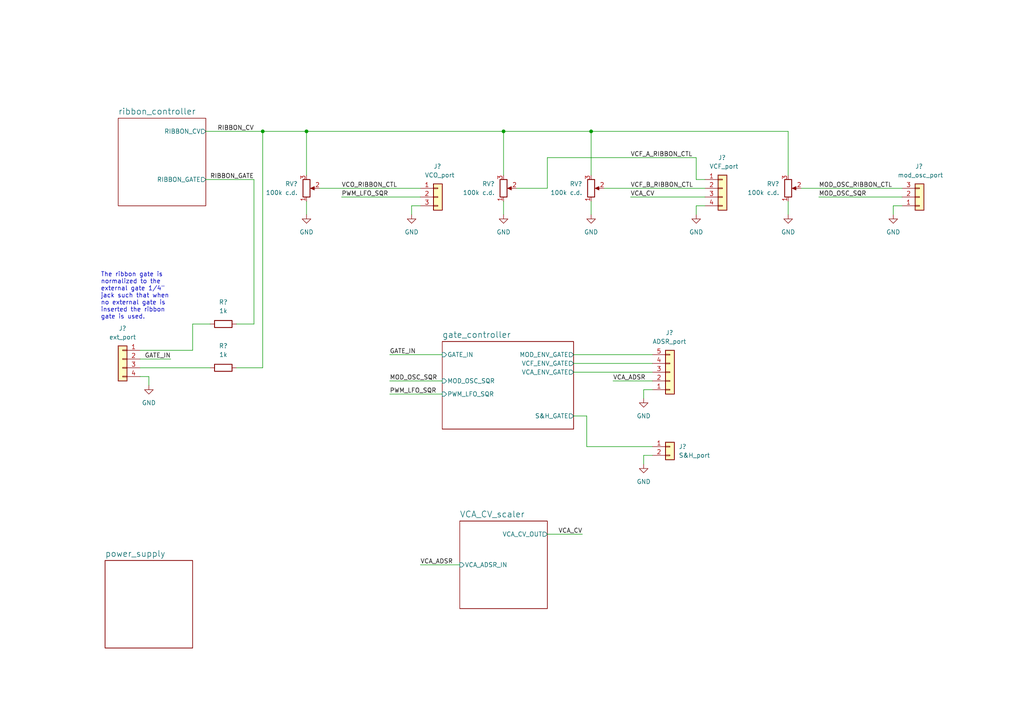
<source format=kicad_sch>
(kicad_sch (version 20211123) (generator eeschema)
  (paper "A4")
  (title_block (title "Josh Ox Ribbon Synth Ribbon board") (date "2022-06-16") (rev "0") (comment 1 "creativecommons.org/licences/by/4.0") (comment 2 "license: CC by 4.0") (comment 3 "Author: Jordan Aceto"))
  (lib_symbols
    (symbol "Connector_Generic:Conn_01x02" (pin_names (offset 1.016) hide)
      (property "Reference" "J" (at 0 2.54 0))
      (property "Value" "Conn_01x02" (at 0 -5.08 0))
      (symbol "Conn_01x02_1_1"
        (rectangle (start -1.27 -2.413) (end 0 -2.667) (stroke (width 0.1524)))
        (rectangle (start -1.27 0.127) (end 0 -0.127) (stroke (width 0.1524)))
        (rectangle (start -1.27 1.27) (end 1.27 -3.81) (stroke (width 0.254)) (fill (type background)))
        (pin passive line (at -5.08 0 0) (length 3.81) (name "Pin_1") (number "1"))
        (pin passive line (at -5.08 -2.54 0) (length 3.81) (name "Pin_2") (number "2"))
      )
    )
    (symbol "Connector_Generic:Conn_01x03" (pin_names (offset 1.016) hide)
      (property "Reference" "J" (at 0 5.08 0))
      (property "Value" "Conn_01x03" (at 0 -5.08 0))
      (symbol "Conn_01x03_1_1"
        (rectangle (start -1.27 -2.413) (end 0 -2.667) (stroke (width 0.1524)))
        (rectangle (start -1.27 0.127) (end 0 -0.127) (stroke (width 0.1524)))
        (rectangle (start -1.27 2.667) (end 0 2.413) (stroke (width 0.1524)))
        (rectangle (start -1.27 3.81) (end 1.27 -3.81) (stroke (width 0.254)) (fill (type background)))
        (pin passive line (at -5.08 2.54 0) (length 3.81) (name "Pin_1") (number "1"))
        (pin passive line (at -5.08 0 0) (length 3.81) (name "Pin_2") (number "2"))
        (pin passive line (at -5.08 -2.54 0) (length 3.81) (name "Pin_3") (number "3"))
      )
    )
    (symbol "Connector_Generic:Conn_01x04" (pin_names (offset 1.016) hide)
      (property "Reference" "J" (at 0 5.08 0))
      (property "Value" "Conn_01x04" (at 0 -7.62 0))
      (symbol "Conn_01x04_1_1"
        (rectangle (start -1.27 -4.953) (end 0 -5.207) (stroke (width 0.1524)))
        (rectangle (start -1.27 -2.413) (end 0 -2.667) (stroke (width 0.1524)))
        (rectangle (start -1.27 0.127) (end 0 -0.127) (stroke (width 0.1524)))
        (rectangle (start -1.27 2.667) (end 0 2.413) (stroke (width 0.1524)))
        (rectangle (start -1.27 3.81) (end 1.27 -6.35) (stroke (width 0.254)) (fill (type background)))
        (pin passive line (at -5.08 2.54 0) (length 3.81) (name "Pin_1") (number "1"))
        (pin passive line (at -5.08 0 0) (length 3.81) (name "Pin_2") (number "2"))
        (pin passive line (at -5.08 -2.54 0) (length 3.81) (name "Pin_3") (number "3"))
        (pin passive line (at -5.08 -5.08 0) (length 3.81) (name "Pin_4") (number "4"))
      )
    )
    (symbol "Connector_Generic:Conn_01x05" (pin_names (offset 1.016) hide)
      (property "Reference" "J" (at 0 7.62 0))
      (property "Value" "Conn_01x05" (at 0 -7.62 0))
      (symbol "Conn_01x05_1_1"
        (rectangle (start -1.27 -4.953) (end 0 -5.207) (stroke (width 0.1524)))
        (rectangle (start -1.27 -2.413) (end 0 -2.667) (stroke (width 0.1524)))
        (rectangle (start -1.27 0.127) (end 0 -0.127) (stroke (width 0.1524)))
        (rectangle (start -1.27 2.667) (end 0 2.413) (stroke (width 0.1524)))
        (rectangle (start -1.27 5.207) (end 0 4.953) (stroke (width 0.1524)))
        (rectangle (start -1.27 6.35) (end 1.27 -6.35) (stroke (width 0.254)) (fill (type background)))
        (pin passive line (at -5.08 5.08 0) (length 3.81) (name "Pin_1") (number "1"))
        (pin passive line (at -5.08 2.54 0) (length 3.81) (name "Pin_2") (number "2"))
        (pin passive line (at -5.08 0 0) (length 3.81) (name "Pin_3") (number "3"))
        (pin passive line (at -5.08 -2.54 0) (length 3.81) (name "Pin_4") (number "4"))
        (pin passive line (at -5.08 -5.08 0) (length 3.81) (name "Pin_5") (number "5"))
      )
    )
    (symbol "Device:R" (pin_numbers hide) (pin_names (offset 0))
      (property "Reference" "R" (at 2.032 0 90))
      (property "Value" "R" (at 0 0 90))
      (symbol "R_0_1"
        (rectangle (start -1.016 -2.54) (end 1.016 2.54) (stroke (width 0.254)))
      )
      (symbol "R_1_1"
        (pin passive line (at 0 3.81 270) (length 1.27) (name "~") (number "1"))
        (pin passive line (at 0 -3.81 90) (length 1.27) (name "~") (number "2"))
      )
    )
    (symbol "Device:R_Potentiometer" (pin_names (offset 1.016) hide)
      (property "Reference" "RV" (at -4.445 0 90))
      (property "Value" "R_Potentiometer" (at -2.54 0 90))
      (symbol "R_Potentiometer_0_1"
        (polyline (pts (xy 2.54 0) (xy 1.524 0)))
        (polyline (pts (xy 1.143 0) (xy 2.286 0.508) (xy 2.286 -0.508) (xy 1.143 0)) (fill (type outline)))
        (rectangle (start 1.016 2.54) (end -1.016 -2.54) (stroke (width 0.254)))
      )
      (symbol "R_Potentiometer_1_1"
        (pin passive line (at 0 3.81 270) (length 1.27) (name "1") (number "1"))
        (pin passive line (at 3.81 0 180) (length 1.27) (name "2") (number "2"))
        (pin passive line (at 0 -3.81 90) (length 1.27) (name "3") (number "3"))
      )
    )
    (symbol "power:GND" (power) (pin_names (offset 0))
      (property "Value" "GND" (at 0 -3.81 0))
      (symbol "GND_0_1"
        (polyline (pts (xy 0 0) (xy 0 -1.27) (xy 1.27 -1.27) (xy 0 -2.54) (xy -1.27 -1.27) (xy 0 -1.27)))
      )
      (symbol "GND_1_1"
        (pin power_in line (at 0 0 270) (length 0) hide (name "GND") (number "1"))
      )
    )
  )
  (junction (at 146.05 38.1))
  (junction (at 88.9 38.1))
  (junction (at 76.2 38.1))
  (junction (at 171.45 38.1))
  (wire (pts (xy 201.93 59.69) (xy 201.93 62.23)))
  (wire (pts (xy 146.05 50.8) (xy 146.05 38.1)))
  (wire (pts (xy 43.18 109.22) (xy 40.64 109.22)))
  (wire (pts (xy 88.9 58.42) (xy 88.9 62.23)))
  (wire (pts (xy 175.26 54.61) (xy 204.47 54.61)))
  (wire (pts (xy 166.37 105.41) (xy 189.23 105.41)))
  (wire (pts (xy 149.86 54.61) (xy 158.75 54.61)))
  (wire (pts (xy 182.88 57.15) (xy 204.47 57.15)))
  (wire (pts (xy 170.18 120.65) (xy 170.18 129.54)))
  (wire (pts (xy 168.91 154.94) (xy 158.75 154.94)))
  (wire (pts (xy 259.08 59.69) (xy 261.62 59.69)))
  (wire (pts (xy 119.38 59.69) (xy 119.38 62.23)))
  (wire (pts (xy 40.64 106.68) (xy 60.96 106.68)))
  (wire (pts (xy 186.69 113.03) (xy 189.23 113.03)))
  (wire (pts (xy 232.41 54.61) (xy 261.62 54.61)))
  (wire (pts (xy 171.45 58.42) (xy 171.45 62.23)))
  (wire (pts (xy 237.49 57.15) (xy 261.62 57.15)))
  (wire (pts (xy 186.69 132.08) (xy 189.23 132.08)))
  (wire (pts (xy 166.37 102.87) (xy 189.23 102.87)))
  (wire (pts (xy 158.75 54.61) (xy 158.75 45.72)))
  (wire (pts (xy 88.9 38.1) (xy 88.9 50.8)))
  (wire (pts (xy 201.93 45.72) (xy 201.93 52.07)))
  (wire (pts (xy 171.45 38.1) (xy 171.45 50.8)))
  (wire (pts (xy 186.69 113.03) (xy 186.69 115.57)))
  (wire (pts (xy 146.05 38.1) (xy 171.45 38.1)))
  (wire (pts (xy 201.93 59.69) (xy 204.47 59.69)))
  (wire (pts (xy 76.2 38.1) (xy 76.2 106.68)))
  (wire (pts (xy 119.38 59.69) (xy 121.92 59.69)))
  (wire (pts (xy 43.18 109.22) (xy 43.18 111.76)))
  (wire (pts (xy 171.45 38.1) (xy 228.6 38.1)))
  (wire (pts (xy 228.6 58.42) (xy 228.6 62.23)))
  (wire (pts (xy 201.93 52.07) (xy 204.47 52.07)))
  (wire (pts (xy 99.06 57.15) (xy 121.92 57.15)))
  (wire (pts (xy 113.03 110.49) (xy 128.27 110.49)))
  (wire (pts (xy 166.37 120.65) (xy 170.18 120.65)))
  (wire (pts (xy 186.69 132.08) (xy 186.69 134.62)))
  (wire (pts (xy 166.37 107.95) (xy 189.23 107.95)))
  (wire (pts (xy 158.75 45.72) (xy 201.93 45.72)))
  (wire (pts (xy 113.03 114.3) (xy 128.27 114.3)))
  (wire (pts (xy 55.88 93.98) (xy 60.96 93.98)))
  (wire (pts (xy 76.2 38.1) (xy 88.9 38.1)))
  (wire (pts (xy 73.66 93.98) (xy 73.66 52.07)))
  (wire (pts (xy 68.58 106.68) (xy 76.2 106.68)))
  (wire (pts (xy 68.58 93.98) (xy 73.66 93.98)))
  (wire (pts (xy 40.64 104.14) (xy 49.53 104.14)))
  (wire (pts (xy 40.64 101.6) (xy 55.88 101.6)))
  (wire (pts (xy 113.03 102.87) (xy 128.27 102.87)))
  (wire (pts (xy 121.92 163.83) (xy 133.35 163.83)))
  (wire (pts (xy 55.88 101.6) (xy 55.88 93.98)))
  (wire (pts (xy 259.08 59.69) (xy 259.08 62.23)))
  (wire (pts (xy 170.18 129.54) (xy 189.23 129.54)))
  (wire (pts (xy 59.69 38.1) (xy 76.2 38.1)))
  (wire (pts (xy 228.6 50.8) (xy 228.6 38.1)))
  (wire (pts (xy 146.05 58.42) (xy 146.05 62.23)))
  (wire (pts (xy 177.8 110.49) (xy 189.23 110.49)))
  (wire (pts (xy 92.71 54.61) (xy 121.92 54.61)))
  (wire (pts (xy 59.69 52.07) (xy 73.66 52.07)))
  (wire (pts (xy 88.9 38.1) (xy 146.05 38.1)))
  (text "The ribbon gate is\nnormalized to the\nexternal gate 1/4\"\njack such that when\nno external gate is\ninserted the ribbon\ngate is used." (at 29.21 92.71 0) (effects (font (size 1.27 1.27)) (justify left bottom)))
  (label "PWM_LFO_SQR" (at 99.06 57.15 0))
  (label "VCF_A_RIBBON_CTL" (at 182.88 45.72 0))
  (label "VCO_RIBBON_CTL" (at 99.06 54.61 0))
  (label "VCA_CV" (at 182.88 57.15 0))
  (label "GATE_IN" (at 113.03 102.87 0))
  (label "MOD_OSC_RIBBON_CTL" (at 237.49 54.61 0))
  (label "MOD_OSC_SQR" (at 237.49 57.15 0))
  (label "VCA_ADSR" (at 177.8 110.49 0))
  (label "VCF_B_RIBBON_CTL" (at 182.88 54.61 0))
  (label "GATE_IN" (at 49.53 104.14 180))
  (label "MOD_OSC_SQR" (at 113.03 110.49 0))
  (label "VCA_CV" (at 168.91 154.94 180))
  (label "VCA_ADSR" (at 121.92 163.83 0))
  (label "RIBBON_GATE" (at 73.66 52.07 180))
  (label "PWM_LFO_SQR" (at 113.03 114.3 0))
  (label "RIBBON_CV" (at 73.66 38.1 180))
  (symbol (lib_id "power:GND") (at 43.18 111.76 0) (mirror y) (unit 1)
    (property "Reference" "#PWR?" (effects hide))
    (property "Value" "GND" (at 43.18 116.84 0))
  )
  (symbol (lib_id "Device:R") (at 64.77 93.98 90) (unit 1)
    (property "Reference" "R?" (at 64.77 87.63 90))
    (property "Value" "1k" (at 64.77 90.17 90))
  )
  (symbol (lib_id "power:GND") (at 146.05 62.23 0) (unit 1)
    (property "Reference" "#PWR?" (effects hide))
    (property "Value" "GND" (at 146.05 67.31 0))
  )
  (symbol (lib_id "Device:R") (at 64.77 106.68 90) (unit 1)
    (property "Reference" "R?" (at 64.77 100.33 90))
    (property "Value" "1k" (at 64.77 102.87 90))
  )
  (symbol (lib_id "Connector_Generic:Conn_01x02") (at 194.31 129.54 0) (unit 1)
    (property "Reference" "J?" (at 196.85 129.5399 0) (effects (justify left)))
    (property "Value" "S&H_port" (at 196.85 132.0799 0) (effects (justify left)))
  )
  (symbol (lib_id "power:GND") (at 88.9 62.23 0) (unit 1)
    (property "Reference" "#PWR?" (effects hide))
    (property "Value" "GND" (at 88.9 67.31 0))
  )
  (symbol (lib_id "Connector_Generic:Conn_01x03") (at 266.7 57.15 0) (mirror x) (unit 1)
    (property "Reference" "J?" (at 265.43 48.26 0) (effects (justify left)))
    (property "Value" "mod_osc_port" (at 260.35 50.8 0) (effects (justify left)))
  )
  (symbol (lib_id "power:GND") (at 171.45 62.23 0) (unit 1)
    (property "Reference" "#PWR?" (effects hide))
    (property "Value" "GND" (at 171.45 67.31 0))
  )
  (symbol (lib_id "Device:R_Potentiometer") (at 146.05 54.61 0) (mirror x) (unit 1)
    (property "Reference" "RV?" (at 143.51 53.3399 0) (effects (justify right)))
    (property "Value" "100k c.d." (at 143.51 55.8799 0) (effects (justify right)))
  )
  (symbol (lib_id "Device:R_Potentiometer") (at 171.45 54.61 0) (mirror x) (unit 1)
    (property "Reference" "RV?" (at 168.91 53.3399 0) (effects (justify right)))
    (property "Value" "100k c.d." (at 168.91 55.8799 0) (effects (justify right)))
  )
  (symbol (lib_id "Connector_Generic:Conn_01x05") (at 194.31 107.95 0) (mirror x) (unit 1)
    (property "Reference" "J?" (at 193.04 96.52 0) (effects (justify left)))
    (property "Value" "ADSR_port" (at 189.23 99.06 0) (effects (justify left)))
  )
  (symbol (lib_id "power:GND") (at 186.69 134.62 0) (unit 1)
    (property "Reference" "#PWR?" (effects hide))
    (property "Value" "GND" (at 186.69 139.7 0))
  )
  (symbol (lib_id "Device:R_Potentiometer") (at 228.6 54.61 0) (mirror x) (unit 1)
    (property "Reference" "RV?" (at 226.06 53.3399 0) (effects (justify right)))
    (property "Value" "100k c.d." (at 226.06 55.8799 0) (effects (justify right)))
  )
  (symbol (lib_id "power:GND") (at 259.08 62.23 0) (unit 1)
    (property "Reference" "#PWR?" (effects hide))
    (property "Value" "GND" (at 259.08 67.31 0))
  )
  (symbol (lib_id "Connector_Generic:Conn_01x03") (at 127 57.15 0) (unit 1)
    (property "Reference" "J?" (at 125.73 48.26 0) (effects (justify left)))
    (property "Value" "VCO_port" (at 123.19 50.8 0) (effects (justify left)))
  )
  (symbol (lib_id "power:GND") (at 228.6 62.23 0) (unit 1)
    (property "Reference" "#PWR?" (effects hide))
    (property "Value" "GND" (at 228.6 67.31 0))
  )
  (symbol (lib_id "Connector_Generic:Conn_01x04") (at 35.56 104.14 0) (mirror y) (unit 1)
    (property "Reference" "J?" (at 35.56 95.25 0))
    (property "Value" "ext_port" (at 35.56 97.79 0))
  )
  (symbol (lib_id "power:GND") (at 119.38 62.23 0) (unit 1)
    (property "Reference" "#PWR?" (effects hide))
    (property "Value" "GND" (at 119.38 67.31 0))
  )
  (symbol (lib_id "Connector_Generic:Conn_01x04") (at 209.55 54.61 0) (unit 1)
    (property "Reference" "J?" (at 208.28 45.72 0) (effects (justify left)))
    (property "Value" "VCF_port" (at 205.74 48.26 0) (effects (justify left)))
  )
  (symbol (lib_id "power:GND") (at 201.93 62.23 0) (unit 1)
    (property "Reference" "#PWR?" (effects hide))
    (property "Value" "GND" (at 201.93 67.31 0))
  )
  (symbol (lib_id "Device:R_Potentiometer") (at 88.9 54.61 0) (mirror x) (unit 1)
    (property "Reference" "RV?" (at 86.36 53.3399 0) (effects (justify right)))
    (property "Value" "100k c.d." (at 86.36 55.8799 0) (effects (justify right)))
  )
  (symbol (lib_id "power:GND") (at 186.69 115.57 0) (unit 1)
    (property "Reference" "#PWR?" (effects hide))
    (property "Value" "GND" (at 186.69 120.65 0))
  )
  (sheet (at 34.29 34.29) (size 25.4 25.4) (stroke (width 0.1524))
    (property "Sheet name" "ribbon_controller" (at 34.29 33.3384 0) (effects (font (size 1.75 1.75)) (justify left bottom)))
    (property "Sheet file" "ribbon_controller.kicad_sch" (effects hide))
    (pin "RIBBON_GATE" output (at 59.69 52.07 0))
    (pin "RIBBON_CV" output (at 59.69 38.1 0))
  )
  (sheet (at 30.48 162.56) (size 25.4 25.4) (stroke (width 0.1524))
    (property "Sheet name" "power_supply" (at 30.48 161.6084 0) (effects (font (size 1.75 1.75)) (justify left bottom)))
    (property "Sheet file" "power_supply.kicad_sch" (effects hide))
  )
  (sheet (at 133.35 151.13) (size 25.4 25.4) (stroke (width 0.1524))
    (property "Sheet name" "VCA_CV_scaler" (at 133.35 150.1784 0) (effects (font (size 1.75 1.75)) (justify left bottom)))
    (property "Sheet file" "VCA_CV_scaler.kicad_sch" (effects hide))
    (pin "VCA_CV_OUT" output (at 158.75 154.94 0))
    (pin "VCA_ADSR_IN" input (at 133.35 163.83 180))
  )
  (sheet (at 128.27 99.06) (size 38.1 25.4) (stroke (width 0.1524))
    (property "Sheet name" "gate_controller" (at 128.27 98.1084 0) (effects (font (size 1.75 1.75)) (justify left bottom)))
    (property "Sheet file" "gate_controller.kicad_sch" (effects hide))
    (pin "GATE_IN" input (at 128.27 102.87 180))
    (pin "MOD_OSC_SQR" input (at 128.27 110.49 180))
    (pin "PWM_LFO_SQR" input (at 128.27 114.3 180))
    (pin "VCF_ENV_GATE" output (at 166.37 105.41 0))
    (pin "MOD_ENV_GATE" output (at 166.37 102.87 0))
    (pin "VCA_ENV_GATE" output (at 166.37 107.95 0))
    (pin "S&H_GATE" output (at 166.37 120.65 0))
  )
)
</source>
